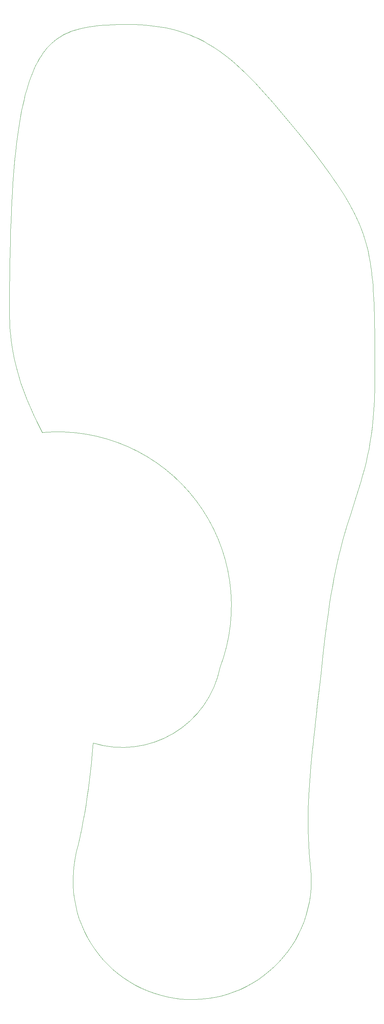
<source format=gbr>
G04 #@! TF.GenerationSoftware,KiCad,Pcbnew,(5.0.0)*
G04 #@! TF.CreationDate,2020-01-29T13:42:57+01:00*
G04 #@! TF.ProjectId,Insole_PCB,496E736F6C655F5043422E6B69636164,rev?*
G04 #@! TF.SameCoordinates,Original*
G04 #@! TF.FileFunction,Other,ECO2*
%FSLAX46Y46*%
G04 Gerber Fmt 4.6, Leading zero omitted, Abs format (unit mm)*
G04 Created by KiCad (PCBNEW (5.0.0)) date 01/29/20 13:42:57*
%MOMM*%
%LPD*%
G01*
G04 APERTURE LIST*
%ADD10C,0.100000*%
G04 APERTURE END LIST*
D10*
X216021351Y-194361206D02*
G75*
G02X183779453Y-213570707I-24814744J4987219D01*
G01*
X170858077Y-134687111D02*
G75*
G02X216019453Y-194370707I3897233J-43979192D01*
G01*
X183300821Y-218566307D02*
X183067888Y-220726836D01*
X181928081Y-229218501D02*
X181594314Y-231242179D01*
X183065688Y-220746206D02*
X182814320Y-222881907D01*
X180432918Y-237240809D02*
X180005437Y-239138064D01*
X183779453Y-213570707D02*
X183520345Y-216339320D01*
X179998137Y-239169604D02*
X179550963Y-241014227D01*
X179550963Y-241014227D02*
X179168738Y-242742714D01*
X181589814Y-231268699D02*
X181233443Y-233261824D01*
X182538266Y-225034304D02*
X182247430Y-227116343D01*
X183518045Y-216364410D02*
X183302721Y-218548207D01*
X182243930Y-227140003D02*
X181932081Y-229193371D01*
X182811820Y-222902607D02*
X182541166Y-225012154D01*
X181228243Y-233289804D02*
X180848693Y-235251476D01*
X180842893Y-235280706D02*
X180439518Y-237210409D01*
X166892345Y-126138366D02*
X167722375Y-128113988D01*
X164079368Y-63188454D02*
X163880948Y-65134316D01*
X165016264Y-56135148D02*
X164760330Y-57791366D01*
X169225717Y-41327895D02*
X168796437Y-42232235D01*
X166186690Y-50192385D02*
X165872006Y-51578135D01*
X163254834Y-113515511D02*
X163672742Y-115741373D01*
X162708697Y-86192117D02*
X162643417Y-88948879D01*
X162497757Y-104071841D02*
X162509927Y-105315348D01*
X166115518Y-124134454D02*
X166892345Y-126138366D01*
X167722375Y-128113988D02*
X168598204Y-130066069D01*
X162927809Y-111255153D02*
X163080961Y-112397584D01*
X167979324Y-44208575D02*
X167591893Y-45283485D01*
X162876947Y-80937722D02*
X162786477Y-83522163D01*
X165398885Y-122097495D02*
X166115518Y-124134454D01*
X162546117Y-106534747D02*
X162606247Y-107738143D01*
X168796437Y-42232235D02*
X168380906Y-43191955D01*
X162690097Y-108925803D02*
X162797394Y-110098021D01*
X162786477Y-83522163D02*
X162708697Y-86192117D01*
X164291988Y-61316812D02*
X164079368Y-63188454D01*
X162520677Y-97752864D02*
X162503457Y-100869748D01*
X163369472Y-71429595D02*
X163226385Y-73684712D01*
X165286817Y-54548335D02*
X165016264Y-56135148D01*
X165572054Y-53029725D02*
X165286817Y-54548335D01*
X168380906Y-43191955D02*
X167979324Y-44208575D01*
X166860142Y-47613555D02*
X166516087Y-48871255D01*
X163096721Y-76020264D02*
X162980302Y-78437508D01*
X162606247Y-107738143D02*
X162690097Y-108925803D01*
X163880948Y-65134316D02*
X163696594Y-67155643D01*
X164518936Y-59518189D02*
X164291988Y-61316812D01*
X162980302Y-78437508D02*
X162876947Y-80937722D01*
X163672742Y-115741373D02*
X164171758Y-117905557D01*
X163696594Y-67155643D02*
X163526156Y-69253656D01*
X162797394Y-110098021D02*
X162927809Y-111255153D01*
X162509927Y-105315348D02*
X162546117Y-106534747D01*
X162549607Y-94727956D02*
X162520677Y-97752864D01*
X165872006Y-51578135D02*
X165572054Y-53029725D01*
X168598204Y-130066069D02*
X169512088Y-131999324D01*
X167218783Y-46418055D02*
X166860142Y-47613555D01*
X162503457Y-100869748D02*
X162497757Y-104071841D01*
X164760330Y-57791366D02*
X164518936Y-59518189D01*
X166516087Y-48871255D02*
X166186690Y-50192385D01*
X169512088Y-131999324D02*
X170869453Y-134690707D01*
X164171758Y-117905557D02*
X164748960Y-120022752D01*
X163080961Y-112397584D02*
X163254834Y-113515511D01*
X162590457Y-91793727D02*
X162549607Y-94727956D01*
X163226385Y-73684712D02*
X163096721Y-76020264D01*
X167591893Y-45283485D02*
X167218783Y-46418055D01*
X164748960Y-120022752D02*
X165398885Y-122097495D01*
X162643417Y-88948879D02*
X162590457Y-91793727D01*
X163526156Y-69253656D02*
X163369472Y-71429595D01*
X208427874Y-33726165D02*
X207478298Y-33364185D01*
X210235768Y-34507935D02*
X209346327Y-34107745D01*
X183655350Y-31488735D02*
X182780438Y-31617555D01*
X197136713Y-31192175D02*
X195739730Y-31098675D01*
X224869439Y-45834825D02*
X223677490Y-44601695D01*
X199762413Y-31479405D02*
X198476633Y-31319675D01*
X211098182Y-34925765D02*
X210235768Y-34507935D01*
X219923491Y-41028315D02*
X218599957Y-39898035D01*
X236020898Y-58722847D02*
X233885354Y-56122659D01*
X169668533Y-40477355D02*
X169225717Y-41327895D01*
X170124718Y-39678905D02*
X169668533Y-40477355D01*
X182780438Y-31617555D02*
X181932693Y-31765575D01*
X176730331Y-33414065D02*
X176083746Y-33748145D01*
X178091593Y-32824865D02*
X177399246Y-33106685D01*
X207478298Y-33364185D02*
X206495388Y-33022885D01*
X188434762Y-31097975D02*
X187428739Y-31145775D01*
X178808319Y-32567555D02*
X178091593Y-32824865D01*
X223677490Y-44601695D02*
X222456665Y-43384555D01*
X187428739Y-31145775D02*
X186444241Y-31207775D01*
X206495388Y-33022885D02*
X205476842Y-32703405D01*
X217229494Y-38806035D02*
X215804079Y-37757375D01*
X172605445Y-36399735D02*
X172082103Y-36967535D01*
X173143302Y-35871465D02*
X172605445Y-36399735D01*
X175458326Y-34110235D02*
X174852815Y-34501825D01*
X179550208Y-32333845D02*
X178808319Y-32567555D01*
X181932693Y-31765575D02*
X181111950Y-31933715D01*
X184557575Y-31378175D02*
X183655350Y-31488735D01*
X221207056Y-42192005D02*
X219923491Y-41028315D01*
X205476842Y-32703405D02*
X204420260Y-32406985D01*
X240126506Y-63894980D02*
X238104825Y-61315263D01*
X200996906Y-31669615D02*
X199762413Y-31479405D01*
X211935460Y-35360355D02*
X211098182Y-34925765D01*
X215804079Y-37757375D02*
X214314488Y-36757425D01*
X233885354Y-56122659D02*
X231704958Y-53521895D01*
X238104825Y-61315263D02*
X236020898Y-58722847D01*
X173696474Y-35380485D02*
X173143302Y-35871465D01*
X190548539Y-31038875D02*
X188434762Y-31097975D01*
X194282704Y-31041175D02*
X192757669Y-31021475D01*
X212738587Y-35804885D02*
X211935460Y-35360355D01*
X218599957Y-39898035D02*
X217229494Y-38806035D01*
X174852815Y-34501825D02*
X174265936Y-34924625D01*
X185487195Y-31284875D02*
X184557575Y-31378175D01*
X195739730Y-31098675D02*
X194282704Y-31041175D01*
X202182904Y-31888645D02*
X200996906Y-31669615D01*
X209346327Y-34107745D02*
X208427874Y-33726165D01*
X231704958Y-53521895D02*
X229481230Y-50930975D01*
X204420260Y-32406985D02*
X203323139Y-32134935D01*
X180317920Y-32122845D02*
X179550208Y-32333845D01*
X192757669Y-31021475D02*
X190548539Y-31038875D01*
X222456665Y-43384555D02*
X221207056Y-42192005D01*
X198476633Y-31319675D02*
X197136713Y-31192175D01*
X203323139Y-32134935D02*
X202182904Y-31888645D01*
X227209126Y-48364415D02*
X224869439Y-45834825D01*
X229481230Y-50930975D02*
X227209126Y-48364415D01*
X174265936Y-34924625D02*
X173696474Y-35380485D01*
X170594145Y-38930715D02*
X170124718Y-39678905D01*
X177399246Y-33106685D02*
X176730331Y-33414065D01*
X171076774Y-38230815D02*
X170594145Y-38930715D01*
X172082103Y-36967535D02*
X171572684Y-37577145D01*
X214314488Y-36757425D02*
X212738587Y-35804885D01*
X171572684Y-37577145D02*
X171076774Y-38230815D01*
X176083746Y-33748145D02*
X175458326Y-34110235D01*
X186444241Y-31207775D02*
X185487195Y-31284875D01*
X181111950Y-31933715D02*
X180317920Y-32122845D01*
X253562616Y-88464244D02*
X253194561Y-86980397D01*
X254544878Y-94369868D02*
X254432955Y-93441896D01*
X254647687Y-95331918D02*
X254544878Y-94369868D01*
X255201497Y-105953064D02*
X255169247Y-104564420D01*
X255085007Y-101961623D02*
X255032187Y-100741164D01*
X255248637Y-108921475D02*
X255227797Y-107404265D01*
X255264577Y-110508263D02*
X255248637Y-108921475D01*
X255276187Y-112168343D02*
X255264577Y-110508263D01*
X253813165Y-138793313D02*
X254144485Y-136947118D01*
X255286377Y-122950597D02*
X255292577Y-121702330D01*
X253447673Y-140578175D02*
X253813165Y-138793313D01*
X246157000Y-165918624D02*
X246615812Y-164079367D01*
X244818640Y-70266524D02*
X243932502Y-69007080D01*
X248797087Y-76520548D02*
X248069983Y-75274736D01*
X249486661Y-77768113D02*
X248797087Y-76520548D01*
X255227797Y-107404265D02*
X255201497Y-105953064D01*
X254438739Y-135031162D02*
X254693201Y-133037739D01*
X252338180Y-84190396D02*
X251849111Y-82860601D01*
X252786561Y-85559963D02*
X252338180Y-84190396D01*
X255073061Y-128792175D02*
X255194667Y-126524006D01*
X251706326Y-147286835D02*
X252177061Y-145655628D01*
X246509316Y-72778580D02*
X245679270Y-71525012D01*
X250748528Y-80283332D02*
X250137465Y-79020904D01*
X255169247Y-104564420D02*
X255130557Y-103235008D01*
X255237237Y-125361692D02*
X255267917Y-124168732D01*
X251849111Y-82860601D02*
X251319197Y-81560974D01*
X253194561Y-86980397D02*
X252786561Y-85559963D01*
X254741567Y-96330479D02*
X254647687Y-95331918D01*
X254432955Y-93441896D02*
X254311770Y-92545653D01*
X254826707Y-97368041D02*
X254741567Y-96330479D01*
X254903347Y-98447201D02*
X254826707Y-97368041D01*
X255291487Y-117627401D02*
X255288987Y-115723863D01*
X254693201Y-133037739D02*
X254905380Y-130960016D01*
X255292440Y-119620429D02*
X255291487Y-117627401D01*
X252177061Y-145655628D02*
X252626423Y-144000005D01*
X250199828Y-152126564D02*
X251218492Y-148899980D01*
X249158037Y-155376932D02*
X250199828Y-152126564D01*
X247606630Y-160458485D02*
X248111014Y-158749322D01*
X246623612Y-164049265D02*
X247100183Y-162257934D01*
X254182404Y-91686931D02*
X253891246Y-90025480D01*
X255284087Y-113905549D02*
X255276187Y-112168343D01*
X247306831Y-74028050D02*
X246509316Y-72778580D01*
X254971747Y-99570652D02*
X254903347Y-98447201D01*
X253891246Y-90025480D02*
X253562616Y-88464244D01*
X255130557Y-103235008D02*
X255085007Y-101961623D01*
X245679270Y-71525012D02*
X244818640Y-70266524D01*
X251319197Y-81560974D02*
X250748528Y-80283332D01*
X242072720Y-66458237D02*
X240126506Y-63894980D01*
X255032187Y-100741164D02*
X254971747Y-99570652D01*
X248119214Y-158722305D02*
X249152537Y-155394297D01*
X255288987Y-115723863D02*
X255284087Y-113905549D01*
X252626423Y-144000005D02*
X253051043Y-142310651D01*
X251218492Y-148899980D02*
X251706326Y-147286835D01*
X247107683Y-162230275D02*
X247599630Y-160482657D01*
X243932502Y-69007080D02*
X242072720Y-66458237D01*
X248069983Y-75274736D02*
X247306831Y-74028050D01*
X255267917Y-124168732D02*
X255286377Y-122950597D01*
X255194667Y-126524006D02*
X255237237Y-125361692D01*
X254144485Y-136947118D02*
X254438739Y-135031162D01*
X254311770Y-92545653D02*
X254182404Y-91686931D01*
X254905380Y-130960016D02*
X255073061Y-128792175D01*
X253051043Y-142310651D02*
X253447673Y-140578175D01*
X255292577Y-121702330D02*
X255292440Y-119620429D01*
X250137465Y-79020904D02*
X249486661Y-77768113D01*
X216242629Y-277781658D02*
X217911353Y-277312868D01*
X243488565Y-180353014D02*
X243803341Y-178193905D01*
X241148623Y-200050221D02*
X241385219Y-197938483D01*
X239592067Y-213923582D02*
X239796520Y-212035803D01*
X238931783Y-252125904D02*
X239094510Y-250400232D01*
X237305770Y-258851228D02*
X237856187Y-257207618D01*
X224237322Y-274510008D02*
X225705638Y-273588878D01*
X234194762Y-265031478D02*
X235104101Y-263555838D01*
X245710218Y-167839920D02*
X246149400Y-165950014D01*
X245284993Y-169813416D02*
X245703118Y-167871600D01*
X244143886Y-176022314D02*
X244497307Y-173935507D01*
X243187867Y-182555717D02*
X243485965Y-180371124D01*
X242114567Y-191426123D02*
X242628339Y-187008521D01*
X238741599Y-223085643D02*
X239037763Y-219494616D01*
X241624467Y-195794494D02*
X242113670Y-191434123D01*
X228472199Y-271502268D02*
X229761373Y-270343628D01*
X238428596Y-237593930D02*
X238371826Y-235777570D01*
X241385219Y-197938483D02*
X241624365Y-195795694D01*
X238378093Y-230270937D02*
X238513071Y-226726319D01*
X238347073Y-232092432D02*
X238376893Y-230313467D01*
X225705638Y-273588878D02*
X227118806Y-272585208D01*
X241624365Y-195795694D02*
X241624467Y-195794494D01*
X240009630Y-210114817D02*
X240009967Y-210111517D01*
X238670529Y-253839425D02*
X238931783Y-252125904D01*
X238344390Y-233911533D02*
X238346790Y-232123252D01*
X238984952Y-245170342D02*
X238799713Y-243292299D01*
X236662158Y-260460628D02*
X237305770Y-258851228D01*
X235927466Y-262030558D02*
X236662158Y-260460628D01*
X227118806Y-272585208D02*
X228472199Y-271502268D01*
X232130378Y-267814668D02*
X233202438Y-266452648D01*
X244882277Y-171837413D02*
X245278593Y-169844296D01*
X244502107Y-173908617D02*
X244876677Y-171866623D01*
X238796713Y-243259329D02*
X238643020Y-241383411D01*
X240009967Y-210111517D02*
X240229193Y-208165411D01*
X238515571Y-226677039D02*
X238738699Y-223124653D01*
X212838421Y-278429128D02*
X214549797Y-278154158D01*
X239396367Y-215792742D02*
X239591292Y-213930682D01*
X239094510Y-250400232D02*
X239158180Y-248668077D01*
X238311604Y-255535188D02*
X238670529Y-253839425D01*
X243806541Y-178172715D02*
X244139886Y-176046494D01*
X242630539Y-186990221D02*
X243185067Y-182576767D01*
X239158180Y-248668077D02*
X239122570Y-246935119D01*
X240682577Y-204173830D02*
X240914342Y-202128900D01*
X239797067Y-212030703D02*
X240009630Y-210114817D01*
X238371092Y-235744530D02*
X238344582Y-233943653D01*
X235104101Y-263555838D02*
X235927466Y-262030558D01*
X238518066Y-239461833D02*
X238429896Y-237627500D01*
X230982098Y-269113078D02*
X232130378Y-267814668D01*
X238640520Y-241349931D02*
X238519966Y-239495543D01*
X237856187Y-257207618D02*
X238311604Y-255535188D01*
X233202438Y-266452648D02*
X234194762Y-265031478D01*
X221154702Y-276092808D02*
X222718684Y-275345568D01*
X240914342Y-202128900D02*
X241148623Y-200050221D01*
X240453967Y-206185211D02*
X240682577Y-204173830D01*
X240453907Y-206185513D02*
X240453967Y-206185211D01*
X219550500Y-276749298D02*
X221154702Y-276092808D01*
X240229193Y-208165411D02*
X240229367Y-208163711D01*
X229761373Y-270343628D02*
X230982098Y-269113078D01*
X214549797Y-278154158D02*
X216242629Y-277781658D01*
X240229367Y-208163711D02*
X240453907Y-206185513D01*
X239040263Y-219466046D02*
X239394867Y-215807972D01*
X222718684Y-275345568D02*
X224237322Y-274510008D01*
X239122570Y-246935119D02*
X238984952Y-245170342D01*
X217911353Y-277312868D02*
X219550500Y-276749298D01*
X209382518Y-278683178D02*
X211114110Y-278605678D01*
X202496931Y-278003088D02*
X204200879Y-278320858D01*
X200813969Y-277588278D02*
X202496931Y-278003088D01*
X207649328Y-278661478D02*
X209382518Y-278683178D01*
X205920226Y-278540558D02*
X207649328Y-278661478D01*
X204200879Y-278320858D02*
X205920226Y-278540558D01*
X211114110Y-278605678D02*
X212838421Y-278429128D01*
X178774913Y-251371957D02*
X178993141Y-253091489D01*
X186296372Y-268553028D02*
X187485876Y-269813778D01*
X178655486Y-249642747D02*
X178774913Y-251371957D01*
X179168738Y-242742714D02*
X178892300Y-244453851D01*
X190071439Y-272120878D02*
X191459008Y-273159658D01*
X199157516Y-277077808D02*
X200813969Y-277588278D01*
X197533004Y-276473338D02*
X199157516Y-277077808D01*
X195945761Y-275776858D02*
X197533004Y-276473338D01*
X181530059Y-261348778D02*
X182314940Y-262894228D01*
X180231867Y-258135918D02*
X180834941Y-259760948D01*
X194400998Y-274990658D02*
X195945761Y-275776858D01*
X192903775Y-274117298D02*
X194400998Y-274990658D01*
X185180997Y-267226238D02*
X186296372Y-268553028D01*
X179722814Y-256479028D02*
X180231867Y-258135918D01*
X178635246Y-247909541D02*
X178655486Y-249642747D01*
X178892300Y-244453851D02*
X178714276Y-246178016D01*
X180834941Y-259760948D02*
X181530059Y-261348778D01*
X191459008Y-273159658D02*
X192903775Y-274117298D01*
X178993141Y-253091489D02*
X179309453Y-254795707D01*
X178714276Y-246178016D02*
X178635246Y-247909541D01*
X188745610Y-271004368D02*
X190071439Y-272120878D01*
X187485876Y-269813778D02*
X188745610Y-271004368D01*
X184143407Y-265837778D02*
X185180997Y-267226238D01*
X183187010Y-264392188D02*
X184143407Y-265837778D01*
X182314940Y-262894228D02*
X183187010Y-264392188D01*
X179309453Y-254795707D02*
X179722814Y-256479028D01*
M02*

</source>
